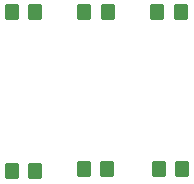
<source format=gbr>
%TF.GenerationSoftware,KiCad,Pcbnew,8.0.3*%
%TF.CreationDate,2024-07-01T08:39:21+09:00*%
%TF.ProjectId,Unit_LTP305G,556e6974-5f4c-4545-9033-3035472e6b69,rev?*%
%TF.SameCoordinates,Original*%
%TF.FileFunction,Paste,Top*%
%TF.FilePolarity,Positive*%
%FSLAX46Y46*%
G04 Gerber Fmt 4.6, Leading zero omitted, Abs format (unit mm)*
G04 Created by KiCad (PCBNEW 8.0.3) date 2024-07-01 08:39:21*
%MOMM*%
%LPD*%
G01*
G04 APERTURE LIST*
G04 Aperture macros list*
%AMRoundRect*
0 Rectangle with rounded corners*
0 $1 Rounding radius*
0 $2 $3 $4 $5 $6 $7 $8 $9 X,Y pos of 4 corners*
0 Add a 4 corners polygon primitive as box body*
4,1,4,$2,$3,$4,$5,$6,$7,$8,$9,$2,$3,0*
0 Add four circle primitives for the rounded corners*
1,1,$1+$1,$2,$3*
1,1,$1+$1,$4,$5*
1,1,$1+$1,$6,$7*
1,1,$1+$1,$8,$9*
0 Add four rect primitives between the rounded corners*
20,1,$1+$1,$2,$3,$4,$5,0*
20,1,$1+$1,$4,$5,$6,$7,0*
20,1,$1+$1,$6,$7,$8,$9,0*
20,1,$1+$1,$8,$9,$2,$3,0*%
G04 Aperture macros list end*
%ADD10RoundRect,0.250000X-0.350000X-0.450000X0.350000X-0.450000X0.350000X0.450000X-0.350000X0.450000X0*%
%ADD11RoundRect,0.250000X0.350000X0.450000X-0.350000X0.450000X-0.350000X-0.450000X0.350000X-0.450000X0*%
G04 APERTURE END LIST*
D10*
%TO.C,R1*%
X139954000Y-74500000D03*
X141954000Y-74500000D03*
%TD*%
D11*
%TO.C,R4*%
X135858000Y-61214000D03*
X133858000Y-61214000D03*
%TD*%
D10*
%TO.C,R2*%
X133858000Y-74676000D03*
X135858000Y-74676000D03*
%TD*%
%TO.C,R3*%
X146200000Y-61200000D03*
X148200000Y-61200000D03*
%TD*%
D11*
%TO.C,R5*%
X141986000Y-61214000D03*
X139986000Y-61214000D03*
%TD*%
D10*
%TO.C,R6*%
X146304000Y-74500000D03*
X148304000Y-74500000D03*
%TD*%
M02*

</source>
